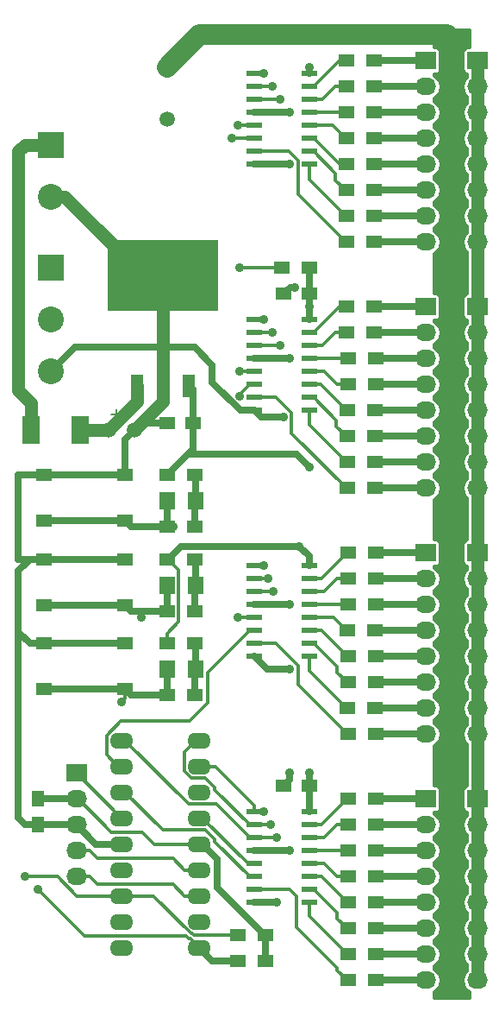
<source format=gtl>
G04 #@! TF.FileFunction,Copper,L1,Top,Signal*
%FSLAX46Y46*%
G04 Gerber Fmt 4.6, Leading zero omitted, Abs format (unit mm)*
G04 Created by KiCad (PCBNEW (2015-10-14 BZR 6269)-product) date Thursday, October 22, 2015 'PMt' 03:29:46 PM*
%MOMM*%
G01*
G04 APERTURE LIST*
%ADD10C,0.100000*%
%ADD11C,0.150000*%
%ADD12C,1.501140*%
%ADD13R,1.500000X1.250000*%
%ADD14R,1.250000X1.500000*%
%ADD15R,1.597660X1.800860*%
%ADD16R,1.800860X2.700020*%
%ADD17R,2.032000X1.727200*%
%ADD18O,2.032000X1.727200*%
%ADD19R,2.540000X2.540000*%
%ADD20C,2.540000*%
%ADD21R,1.500000X1.300000*%
%ADD22R,1.550000X1.300000*%
%ADD23R,1.500000X0.600000*%
%ADD24R,1.143000X2.286000*%
%ADD25R,10.800080X6.997700*%
%ADD26O,2.300000X1.600000*%
%ADD27C,0.889000*%
%ADD28C,0.635000*%
%ADD29C,1.270000*%
%ADD30C,2.032000*%
%ADD31C,0.304800*%
%ADD32C,0.254000*%
G04 APERTURE END LIST*
D10*
D11*
X146888200Y-96901000D02*
X147955000Y-96901000D01*
X147447000Y-96393000D02*
X147447000Y-97434400D01*
D12*
X152400000Y-67945000D03*
X152400000Y-62865000D03*
X149225000Y-98425000D03*
X146685000Y-98425000D03*
D13*
X154940000Y-97790000D03*
X152440000Y-97790000D03*
D14*
X139700000Y-134620000D03*
X139700000Y-137120000D03*
D15*
X155239720Y-105410000D03*
X152400000Y-105410000D03*
X155239720Y-113665000D03*
X152400000Y-113665000D03*
X155239720Y-121920000D03*
X152400000Y-121920000D03*
D16*
X139065000Y-98425000D03*
X143865600Y-98425000D03*
D17*
X177800000Y-62230000D03*
D18*
X177800000Y-64770000D03*
X177800000Y-67310000D03*
X177800000Y-69850000D03*
X177800000Y-72390000D03*
X177800000Y-74930000D03*
X177800000Y-77470000D03*
X177800000Y-80010000D03*
D17*
X180340000Y-62230000D03*
D18*
X180340000Y-64770000D03*
X180340000Y-67310000D03*
X180340000Y-69850000D03*
X180340000Y-72390000D03*
X180340000Y-74930000D03*
X180340000Y-77470000D03*
X180340000Y-80010000D03*
D17*
X182880000Y-62230000D03*
D18*
X182880000Y-64770000D03*
X182880000Y-67310000D03*
X182880000Y-69850000D03*
X182880000Y-72390000D03*
X182880000Y-74930000D03*
X182880000Y-77470000D03*
X182880000Y-80010000D03*
D17*
X177800000Y-86360000D03*
D18*
X177800000Y-88900000D03*
X177800000Y-91440000D03*
X177800000Y-93980000D03*
X177800000Y-96520000D03*
X177800000Y-99060000D03*
X177800000Y-101600000D03*
X177800000Y-104140000D03*
D17*
X180340000Y-86360000D03*
D18*
X180340000Y-88900000D03*
X180340000Y-91440000D03*
X180340000Y-93980000D03*
X180340000Y-96520000D03*
X180340000Y-99060000D03*
X180340000Y-101600000D03*
X180340000Y-104140000D03*
D17*
X182880000Y-86360000D03*
D18*
X182880000Y-88900000D03*
X182880000Y-91440000D03*
X182880000Y-93980000D03*
X182880000Y-96520000D03*
X182880000Y-99060000D03*
X182880000Y-101600000D03*
X182880000Y-104140000D03*
D17*
X177800000Y-110490000D03*
D18*
X177800000Y-113030000D03*
X177800000Y-115570000D03*
X177800000Y-118110000D03*
X177800000Y-120650000D03*
X177800000Y-123190000D03*
X177800000Y-125730000D03*
X177800000Y-128270000D03*
D17*
X180340000Y-110490000D03*
D18*
X180340000Y-113030000D03*
X180340000Y-115570000D03*
X180340000Y-118110000D03*
X180340000Y-120650000D03*
X180340000Y-123190000D03*
X180340000Y-125730000D03*
X180340000Y-128270000D03*
D17*
X182880000Y-110490000D03*
D18*
X182880000Y-113030000D03*
X182880000Y-115570000D03*
X182880000Y-118110000D03*
X182880000Y-120650000D03*
X182880000Y-123190000D03*
X182880000Y-125730000D03*
X182880000Y-128270000D03*
D17*
X177800000Y-134620000D03*
D18*
X177800000Y-137160000D03*
X177800000Y-139700000D03*
X177800000Y-142240000D03*
X177800000Y-144780000D03*
X177800000Y-147320000D03*
X177800000Y-149860000D03*
X177800000Y-152400000D03*
D17*
X180340000Y-134620000D03*
D18*
X180340000Y-137160000D03*
X180340000Y-139700000D03*
X180340000Y-142240000D03*
X180340000Y-144780000D03*
X180340000Y-147320000D03*
X180340000Y-149860000D03*
X180340000Y-152400000D03*
D17*
X182880000Y-134620000D03*
D18*
X182880000Y-137160000D03*
X182880000Y-139700000D03*
X182880000Y-142240000D03*
X182880000Y-144780000D03*
X182880000Y-147320000D03*
X182880000Y-149860000D03*
X182880000Y-152400000D03*
D19*
X140970000Y-70485000D03*
D20*
X140970000Y-75565000D03*
D19*
X140970000Y-82550000D03*
D20*
X140970000Y-87630000D03*
X140970000Y-92710000D03*
D17*
X143510000Y-132080000D03*
D18*
X143510000Y-134620000D03*
X143510000Y-137160000D03*
X143510000Y-139700000D03*
X143510000Y-142240000D03*
D21*
X170020000Y-62230000D03*
X172720000Y-62230000D03*
X170020000Y-64770000D03*
X172720000Y-64770000D03*
X170020000Y-67310000D03*
X172720000Y-67310000D03*
X170020000Y-69850000D03*
X172720000Y-69850000D03*
X170020000Y-72390000D03*
X172720000Y-72390000D03*
X170020000Y-74930000D03*
X172720000Y-74930000D03*
X170020000Y-77470000D03*
X172720000Y-77470000D03*
X170020000Y-80010000D03*
X172720000Y-80010000D03*
X170020000Y-86360000D03*
X172720000Y-86360000D03*
X170020000Y-88900000D03*
X172720000Y-88900000D03*
X170180000Y-91440000D03*
X172880000Y-91440000D03*
X170180000Y-93980000D03*
X172880000Y-93980000D03*
X170100000Y-96520000D03*
X172800000Y-96520000D03*
X170100000Y-99060000D03*
X172800000Y-99060000D03*
X170100000Y-101600000D03*
X172800000Y-101600000D03*
X170100000Y-104140000D03*
X172800000Y-104140000D03*
X152400000Y-102870000D03*
X155100000Y-102870000D03*
X155100000Y-107950000D03*
X152400000Y-107950000D03*
X152400000Y-111125000D03*
X155100000Y-111125000D03*
X155100000Y-116205000D03*
X152400000Y-116205000D03*
X152400000Y-119380000D03*
X155100000Y-119380000D03*
X155100000Y-124460000D03*
X152400000Y-124460000D03*
X162085000Y-147955000D03*
X159385000Y-147955000D03*
X162085000Y-150495000D03*
X159385000Y-150495000D03*
X170180000Y-110490000D03*
X172880000Y-110490000D03*
X170180000Y-113030000D03*
X172880000Y-113030000D03*
X170180000Y-115570000D03*
X172880000Y-115570000D03*
X170100000Y-118110000D03*
X172800000Y-118110000D03*
X170180000Y-120650000D03*
X172880000Y-120650000D03*
X170180000Y-123190000D03*
X172880000Y-123190000D03*
X170100000Y-125730000D03*
X172800000Y-125730000D03*
X170180000Y-128270000D03*
X172880000Y-128270000D03*
X170180000Y-134620000D03*
X172880000Y-134620000D03*
X170180000Y-137160000D03*
X172880000Y-137160000D03*
X170180000Y-139700000D03*
X172880000Y-139700000D03*
X170180000Y-142240000D03*
X172880000Y-142240000D03*
X170180000Y-144780000D03*
X172880000Y-144780000D03*
X170180000Y-147320000D03*
X172880000Y-147320000D03*
X170180000Y-149860000D03*
X172880000Y-149860000D03*
X170180000Y-152400000D03*
X172880000Y-152400000D03*
X163670000Y-82550000D03*
X166370000Y-82550000D03*
D22*
X140335000Y-107370000D03*
X140335000Y-102870000D03*
X148285000Y-102870000D03*
X148285000Y-107370000D03*
X140335000Y-115625000D03*
X140335000Y-111125000D03*
X148285000Y-111125000D03*
X148285000Y-115625000D03*
X140335000Y-123880000D03*
X140335000Y-119380000D03*
X148285000Y-119380000D03*
X148285000Y-123880000D03*
D23*
X160970000Y-63500000D03*
X160970000Y-64770000D03*
X160970000Y-66040000D03*
X160970000Y-67310000D03*
X160970000Y-68580000D03*
X160970000Y-69850000D03*
X160970000Y-71120000D03*
X160970000Y-72390000D03*
X166370000Y-72390000D03*
X166370000Y-71120000D03*
X166370000Y-69850000D03*
X166370000Y-68580000D03*
X166370000Y-67310000D03*
X166370000Y-66040000D03*
X166370000Y-64770000D03*
X166370000Y-63500000D03*
X160970000Y-87630000D03*
X160970000Y-88900000D03*
X160970000Y-90170000D03*
X160970000Y-91440000D03*
X160970000Y-92710000D03*
X160970000Y-93980000D03*
X160970000Y-95250000D03*
X160970000Y-96520000D03*
X166370000Y-96520000D03*
X166370000Y-95250000D03*
X166370000Y-93980000D03*
X166370000Y-92710000D03*
X166370000Y-91440000D03*
X166370000Y-90170000D03*
X166370000Y-88900000D03*
X166370000Y-87630000D03*
X160970000Y-111760000D03*
X160970000Y-113030000D03*
X160970000Y-114300000D03*
X160970000Y-115570000D03*
X160970000Y-116840000D03*
X160970000Y-118110000D03*
X160970000Y-119380000D03*
X160970000Y-120650000D03*
X166370000Y-120650000D03*
X166370000Y-119380000D03*
X166370000Y-118110000D03*
X166370000Y-116840000D03*
X166370000Y-115570000D03*
X166370000Y-114300000D03*
X166370000Y-113030000D03*
X166370000Y-111760000D03*
X160970000Y-135890000D03*
X160970000Y-137160000D03*
X160970000Y-138430000D03*
X160970000Y-139700000D03*
X160970000Y-140970000D03*
X160970000Y-142240000D03*
X160970000Y-143510000D03*
X160970000Y-144780000D03*
X166370000Y-144780000D03*
X166370000Y-143510000D03*
X166370000Y-142240000D03*
X166370000Y-140970000D03*
X166370000Y-139700000D03*
X166370000Y-138430000D03*
X166370000Y-137160000D03*
X166370000Y-135890000D03*
D24*
X152019000Y-94107000D03*
D25*
X152019000Y-83312000D03*
D24*
X154559000Y-94107000D03*
X149479000Y-94107000D03*
D26*
X147955000Y-128905000D03*
X147955000Y-131445000D03*
X147955000Y-133985000D03*
X147955000Y-136525000D03*
X147955000Y-139065000D03*
X147955000Y-141605000D03*
X147955000Y-144145000D03*
X147955000Y-146685000D03*
X147955000Y-149225000D03*
X155575000Y-149225000D03*
X155575000Y-146685000D03*
X155575000Y-144145000D03*
X155575000Y-141605000D03*
X155575000Y-139065000D03*
X155575000Y-136525000D03*
X155575000Y-133985000D03*
X155575000Y-131445000D03*
X155575000Y-128905000D03*
D13*
X166370000Y-133350000D03*
X163870000Y-133350000D03*
X166370000Y-85090000D03*
X163870000Y-85090000D03*
D27*
X163195000Y-144780000D03*
X164465000Y-139700000D03*
X164465000Y-132080000D03*
X164465000Y-121920000D03*
X164465000Y-115570000D03*
X163830000Y-97155000D03*
X164465000Y-91440000D03*
X164975617Y-84452609D03*
X164465000Y-67310000D03*
X164465000Y-72390000D03*
X166370000Y-102099299D03*
X166370000Y-132080000D03*
X166370000Y-62865000D03*
X166370000Y-86360000D03*
X165385000Y-109840000D03*
X153035000Y-107950000D03*
X149860000Y-116840000D03*
X147955000Y-125095000D03*
X138430000Y-142240000D03*
X139700000Y-143510000D03*
X159546920Y-82550000D03*
X159546920Y-92710000D03*
X159385000Y-68580000D03*
X159385000Y-116840000D03*
X161858358Y-111760000D03*
X161925000Y-63500000D03*
X161925000Y-87630000D03*
X161925000Y-135890000D03*
X162363169Y-113030000D03*
X162560000Y-137160000D03*
X162721910Y-88900000D03*
X162721910Y-64770000D03*
X162867980Y-114300000D03*
X163518820Y-66040000D03*
X163518820Y-90170000D03*
X163195000Y-138430000D03*
X158750000Y-69850000D03*
X159565031Y-95139530D03*
D28*
X139700000Y-137120000D02*
X138440000Y-137120000D01*
X138440000Y-137120000D02*
X137795000Y-136475000D01*
X137795000Y-136475000D02*
X137795000Y-118250000D01*
D29*
X182880000Y-128270000D02*
X182880000Y-134620000D01*
X182880000Y-104140000D02*
X182880000Y-110490000D01*
X182880000Y-80010000D02*
X182880000Y-86360000D01*
D28*
X156845000Y-92075000D02*
X155098714Y-90328714D01*
X155098714Y-90328714D02*
X152019000Y-90328714D01*
X156845000Y-93780000D02*
X156845000Y-92075000D01*
X159585000Y-96520000D02*
X156845000Y-93780000D01*
X160970000Y-96520000D02*
X159585000Y-96520000D01*
D29*
X152019000Y-94107000D02*
X152019000Y-90328714D01*
X152019000Y-90328714D02*
X152019000Y-83312000D01*
D28*
X140970000Y-92710000D02*
X143351286Y-90328714D01*
X143351286Y-90328714D02*
X152019000Y-90328714D01*
D29*
X152019000Y-83312000D02*
X150117810Y-83312000D01*
X150117810Y-83312000D02*
X142370810Y-75565000D01*
X142370810Y-75565000D02*
X140970000Y-75565000D01*
X152019000Y-94107000D02*
X152019000Y-95631000D01*
X152019000Y-95631000D02*
X149225000Y-98425000D01*
D28*
X152440000Y-97790000D02*
X149860000Y-97790000D01*
X149860000Y-97790000D02*
X149225000Y-98425000D01*
X148285000Y-102870000D02*
X148285000Y-99365000D01*
X148285000Y-99365000D02*
X149225000Y-98425000D01*
X137795000Y-102870000D02*
X140335000Y-102870000D01*
X137795000Y-111125000D02*
X137795000Y-102870000D01*
X138925000Y-111125000D02*
X137795000Y-111125000D01*
X140335000Y-119380000D02*
X138925000Y-119380000D01*
X137795000Y-118250000D02*
X137795000Y-112255000D01*
X138925000Y-119380000D02*
X137795000Y-118250000D01*
X137795000Y-112255000D02*
X138925000Y-111125000D01*
X138925000Y-111125000D02*
X140335000Y-111125000D01*
X147955000Y-139065000D02*
X145415000Y-139065000D01*
X145415000Y-139065000D02*
X143510000Y-137160000D01*
X163195000Y-144780000D02*
X160970000Y-144780000D01*
X164465000Y-139700000D02*
X160970000Y-139700000D01*
X164465000Y-132080000D02*
X164465000Y-132755000D01*
X164465000Y-132755000D02*
X163870000Y-133350000D01*
X164465000Y-121920000D02*
X162240000Y-121920000D01*
X162240000Y-121920000D02*
X160970000Y-120650000D01*
X164465000Y-115570000D02*
X160970000Y-115570000D01*
X163830000Y-97155000D02*
X161605000Y-97155000D01*
X161605000Y-97155000D02*
X160970000Y-96520000D01*
X164465000Y-91440000D02*
X160970000Y-91440000D01*
X164975617Y-84452609D02*
X164507391Y-84452609D01*
X164507391Y-84452609D02*
X163870000Y-85090000D01*
X164465000Y-67310000D02*
X160970000Y-67310000D01*
X160970000Y-72390000D02*
X164465000Y-72390000D01*
X143510000Y-137160000D02*
X139740000Y-137160000D01*
X139740000Y-137160000D02*
X139700000Y-137120000D01*
X148285000Y-119380000D02*
X140335000Y-119380000D01*
X148285000Y-111125000D02*
X140335000Y-111125000D01*
X140335000Y-102870000D02*
X148285000Y-102870000D01*
D29*
X182880000Y-149860000D02*
X182880000Y-152400000D01*
X182880000Y-147320000D02*
X182880000Y-149860000D01*
X182880000Y-144780000D02*
X182880000Y-147320000D01*
X182880000Y-142240000D02*
X182880000Y-144780000D01*
X182880000Y-139700000D02*
X182880000Y-142240000D01*
X182880000Y-137160000D02*
X182880000Y-139700000D01*
X182880000Y-134620000D02*
X182880000Y-137160000D01*
X182880000Y-125730000D02*
X182880000Y-128270000D01*
X182880000Y-123190000D02*
X182880000Y-125730000D01*
X182880000Y-120650000D02*
X182880000Y-123190000D01*
X182880000Y-118110000D02*
X182880000Y-120650000D01*
X182880000Y-115570000D02*
X182880000Y-118110000D01*
X182880000Y-113030000D02*
X182880000Y-115570000D01*
X182880000Y-110490000D02*
X182880000Y-113030000D01*
X182880000Y-101600000D02*
X182880000Y-104140000D01*
X182880000Y-99060000D02*
X182880000Y-101600000D01*
X182880000Y-96520000D02*
X182880000Y-99060000D01*
X182880000Y-93980000D02*
X182880000Y-96520000D01*
X182880000Y-91440000D02*
X182880000Y-93980000D01*
X182880000Y-88900000D02*
X182880000Y-91440000D01*
X182880000Y-86360000D02*
X182880000Y-88900000D01*
X182880000Y-77470000D02*
X182880000Y-80010000D01*
X182880000Y-74930000D02*
X182880000Y-77470000D01*
X182880000Y-72390000D02*
X182880000Y-74930000D01*
X182880000Y-69850000D02*
X182880000Y-72390000D01*
X182880000Y-67310000D02*
X182880000Y-69850000D01*
X182880000Y-64770000D02*
X182880000Y-67310000D01*
X182880000Y-62230000D02*
X182880000Y-64770000D01*
X180340000Y-128270000D02*
X180340000Y-134620000D01*
X180340000Y-104140000D02*
X180340000Y-110490000D01*
X180340000Y-80010000D02*
X180340000Y-86360000D01*
D30*
X180340000Y-62230000D02*
X180340000Y-60096400D01*
X155575000Y-59690000D02*
X152400000Y-62865000D01*
X179933600Y-59690000D02*
X155575000Y-59690000D01*
X180340000Y-60096400D02*
X179933600Y-59690000D01*
D29*
X139065000Y-98425000D02*
X139065000Y-95804990D01*
X139065000Y-95804990D02*
X137795000Y-94534990D01*
X137795000Y-94534990D02*
X137795000Y-71120000D01*
X137795000Y-71120000D02*
X138430000Y-70485000D01*
X138430000Y-70485000D02*
X140970000Y-70485000D01*
X180340000Y-137160000D02*
X180340000Y-134620000D01*
X180340000Y-139700000D02*
X180340000Y-137160000D01*
X180340000Y-142240000D02*
X180340000Y-139700000D01*
X180340000Y-144780000D02*
X180340000Y-142240000D01*
X180340000Y-147320000D02*
X180340000Y-144780000D01*
X180340000Y-149860000D02*
X180340000Y-147320000D01*
X180340000Y-152400000D02*
X180340000Y-149860000D01*
X180340000Y-113030000D02*
X180340000Y-110490000D01*
X180340000Y-115570000D02*
X180340000Y-113030000D01*
X180340000Y-118110000D02*
X180340000Y-115570000D01*
X180340000Y-120650000D02*
X180340000Y-118110000D01*
X180340000Y-123190000D02*
X180340000Y-120650000D01*
X180340000Y-125730000D02*
X180340000Y-123190000D01*
X180340000Y-128270000D02*
X180340000Y-125730000D01*
X180340000Y-88900000D02*
X180340000Y-86360000D01*
X180340000Y-91440000D02*
X180340000Y-88900000D01*
X180340000Y-93980000D02*
X180340000Y-91440000D01*
X180340000Y-96520000D02*
X180340000Y-93980000D01*
X180340000Y-99060000D02*
X180340000Y-96520000D01*
X180340000Y-101600000D02*
X180340000Y-99060000D01*
X180340000Y-104140000D02*
X180340000Y-101600000D01*
X180340000Y-64770000D02*
X180340000Y-62230000D01*
X180340000Y-67310000D02*
X180340000Y-64770000D01*
X180340000Y-69850000D02*
X180340000Y-67310000D01*
X180340000Y-72390000D02*
X180340000Y-69850000D01*
X180340000Y-74930000D02*
X180340000Y-72390000D01*
X180340000Y-77470000D02*
X180340000Y-74930000D01*
X180340000Y-80010000D02*
X180340000Y-77470000D01*
X146685000Y-98425000D02*
X143865600Y-98425000D01*
X149479000Y-94107000D02*
X149479000Y-95631000D01*
X149479000Y-95631000D02*
X146685000Y-98425000D01*
D31*
X152400000Y-119380000D02*
X152400000Y-118425200D01*
X153551231Y-117273969D02*
X153551231Y-112176231D01*
X153551231Y-112176231D02*
X152500000Y-111125000D01*
X152400000Y-118425200D02*
X153551231Y-117273969D01*
X152500000Y-111125000D02*
X152400000Y-111125000D01*
D28*
X154458071Y-100811929D02*
X165082630Y-100811929D01*
X165082630Y-100811929D02*
X166370000Y-102099299D01*
X154458071Y-100811929D02*
X152400000Y-102870000D01*
X154940000Y-100330000D02*
X154458071Y-100811929D01*
D31*
X149977590Y-137912590D02*
X151130000Y-139065000D01*
X151130000Y-139065000D02*
X155575000Y-139065000D01*
X143510000Y-134620000D02*
X143662400Y-134620000D01*
X143662400Y-134620000D02*
X146954990Y-137912590D01*
X146954990Y-137912590D02*
X149977590Y-137912590D01*
D28*
X154940000Y-97790000D02*
X154940000Y-100330000D01*
X154940000Y-97790000D02*
X154940000Y-94488000D01*
X154940000Y-94488000D02*
X154559000Y-94107000D01*
X166370000Y-133350000D02*
X166370000Y-132080000D01*
X162085000Y-147955000D02*
X161985000Y-147955000D01*
X157360000Y-140500000D02*
X155925000Y-139065000D01*
X161985000Y-147955000D02*
X157360000Y-143330000D01*
X157360000Y-143330000D02*
X157360000Y-140500000D01*
X155925000Y-139065000D02*
X155575000Y-139065000D01*
X166370000Y-62865000D02*
X166370000Y-63500000D01*
X166370000Y-85090000D02*
X166370000Y-82550000D01*
X166370000Y-86360000D02*
X166370000Y-85090000D01*
X166370000Y-86360000D02*
X166370000Y-87630000D01*
X166370000Y-111760000D02*
X166370000Y-110825000D01*
X166370000Y-110825000D02*
X165385000Y-109840000D01*
X165385000Y-109840000D02*
X153785000Y-109840000D01*
X153785000Y-109840000D02*
X152500000Y-111125000D01*
X166370000Y-135890000D02*
X166370000Y-133350000D01*
X143510000Y-134620000D02*
X139700000Y-134620000D01*
X162085000Y-150495000D02*
X162085000Y-147955000D01*
X155239720Y-105410000D02*
X155239720Y-103009720D01*
X155239720Y-103009720D02*
X155100000Y-102870000D01*
X155100000Y-107950000D02*
X155100000Y-105549720D01*
X155100000Y-105549720D02*
X155239720Y-105410000D01*
D31*
X153035000Y-107950000D02*
X152400000Y-107950000D01*
D28*
X152400000Y-107950000D02*
X152400000Y-105410000D01*
X148285000Y-107370000D02*
X140335000Y-107370000D01*
X152400000Y-107950000D02*
X148865000Y-107950000D01*
X148865000Y-107950000D02*
X148285000Y-107370000D01*
X155239720Y-113665000D02*
X155239720Y-111264720D01*
X155239720Y-111264720D02*
X155100000Y-111125000D01*
X155100000Y-116205000D02*
X155100000Y-113804720D01*
X155100000Y-113804720D02*
X155239720Y-113665000D01*
X150078950Y-116205000D02*
X148865000Y-116205000D01*
X152400000Y-116205000D02*
X150078950Y-116205000D01*
D31*
X150078950Y-116205000D02*
X150078950Y-116621050D01*
X150078950Y-116621050D02*
X149860000Y-116840000D01*
D28*
X152400000Y-116205000D02*
X152400000Y-113665000D01*
X148865000Y-116205000D02*
X148285000Y-115625000D01*
X148285000Y-115625000D02*
X140335000Y-115625000D01*
X155239720Y-121920000D02*
X155239720Y-119519720D01*
X155239720Y-119519720D02*
X155100000Y-119380000D01*
X155100000Y-124460000D02*
X155100000Y-122059720D01*
X155100000Y-122059720D02*
X155239720Y-121920000D01*
D31*
X148285000Y-123880000D02*
X148285000Y-124765000D01*
X148285000Y-124765000D02*
X147955000Y-125095000D01*
D28*
X152400000Y-124460000D02*
X152400000Y-121920000D01*
X152400000Y-124460000D02*
X148865000Y-124460000D01*
X148865000Y-124460000D02*
X148285000Y-123880000D01*
X148285000Y-123880000D02*
X140335000Y-123880000D01*
X177800000Y-62230000D02*
X172720000Y-62230000D01*
X177800000Y-64770000D02*
X172720000Y-64770000D01*
X177800000Y-67310000D02*
X172720000Y-67310000D01*
X177800000Y-69850000D02*
X172720000Y-69850000D01*
X177800000Y-72390000D02*
X172720000Y-72390000D01*
X177800000Y-74930000D02*
X172720000Y-74930000D01*
X177800000Y-77470000D02*
X172720000Y-77470000D01*
X177800000Y-80010000D02*
X172720000Y-80010000D01*
X177800000Y-86360000D02*
X172720000Y-86360000D01*
X177800000Y-88900000D02*
X172720000Y-88900000D01*
X177800000Y-91440000D02*
X172880000Y-91440000D01*
X177800000Y-93980000D02*
X172880000Y-93980000D01*
X177800000Y-96520000D02*
X172800000Y-96520000D01*
X177800000Y-99060000D02*
X172800000Y-99060000D01*
X177800000Y-101600000D02*
X172800000Y-101600000D01*
X177800000Y-104140000D02*
X172800000Y-104140000D01*
X177800000Y-110490000D02*
X172880000Y-110490000D01*
X177800000Y-113030000D02*
X172880000Y-113030000D01*
X177800000Y-115570000D02*
X172880000Y-115570000D01*
X177800000Y-118110000D02*
X172800000Y-118110000D01*
X177800000Y-120650000D02*
X172880000Y-120650000D01*
X177800000Y-123190000D02*
X172880000Y-123190000D01*
X177800000Y-125730000D02*
X172800000Y-125730000D01*
X177800000Y-128270000D02*
X172880000Y-128270000D01*
X177800000Y-134620000D02*
X172880000Y-134620000D01*
X177800000Y-137160000D02*
X172880000Y-137160000D01*
X177800000Y-139700000D02*
X172880000Y-139700000D01*
X177800000Y-142240000D02*
X172880000Y-142240000D01*
X177800000Y-144780000D02*
X172880000Y-144780000D01*
X177800000Y-147320000D02*
X172880000Y-147320000D01*
X177800000Y-149860000D02*
X172880000Y-149860000D01*
X177800000Y-152400000D02*
X172880000Y-152400000D01*
D31*
X138430000Y-142240000D02*
X141637903Y-142240000D01*
X141637903Y-142240000D02*
X143542903Y-144145000D01*
X143542903Y-144145000D02*
X146500200Y-144145000D01*
X146500200Y-144145000D02*
X147955000Y-144145000D01*
X154747657Y-147837410D02*
X151055247Y-144145000D01*
X154901320Y-147837410D02*
X154747657Y-147837410D01*
X155018910Y-147955000D02*
X154901320Y-147837410D01*
X151055247Y-144145000D02*
X149409800Y-144145000D01*
X149409800Y-144145000D02*
X147955000Y-144145000D01*
X159385000Y-147955000D02*
X155018910Y-147955000D01*
X139700000Y-143510000D02*
X144262590Y-148072590D01*
X144262590Y-148072590D02*
X154268927Y-148072590D01*
X154268927Y-148072590D02*
X154538558Y-148342221D01*
X154538558Y-148342221D02*
X154692221Y-148342221D01*
X154692221Y-148342221D02*
X155575000Y-149225000D01*
D28*
X159385000Y-150495000D02*
X156845000Y-150495000D01*
X156845000Y-150495000D02*
X155575000Y-149225000D01*
D31*
X147955000Y-136525000D02*
X143510000Y-132080000D01*
X143510000Y-139700000D02*
X144830800Y-139700000D01*
X144830800Y-139700000D02*
X145583390Y-140452590D01*
X145583390Y-140452590D02*
X152967790Y-140452590D01*
X152967790Y-140452590D02*
X154120200Y-141605000D01*
X154120200Y-141605000D02*
X155575000Y-141605000D01*
X143510000Y-142240000D02*
X144830800Y-142240000D01*
X145583390Y-142992590D02*
X152967790Y-142992590D01*
X144830800Y-142240000D02*
X145583390Y-142992590D01*
X152967790Y-142992590D02*
X154120200Y-144145000D01*
X154120200Y-144145000D02*
X155575000Y-144145000D01*
X166820000Y-64770000D02*
X166370000Y-64770000D01*
X170020000Y-62230000D02*
X169360000Y-62230000D01*
X169360000Y-62230000D02*
X166820000Y-64770000D01*
X170020000Y-64770000D02*
X168965200Y-64770000D01*
X168965200Y-64770000D02*
X167695200Y-66040000D01*
X167695200Y-66040000D02*
X167424800Y-66040000D01*
X167424800Y-66040000D02*
X166370000Y-66040000D01*
X170020000Y-67310000D02*
X166370000Y-67310000D01*
X170020000Y-69850000D02*
X169920000Y-69850000D01*
X168650000Y-68580000D02*
X167424800Y-68580000D01*
X169920000Y-69850000D02*
X168650000Y-68580000D01*
X167424800Y-68580000D02*
X166370000Y-68580000D01*
X170020000Y-72390000D02*
X169360000Y-72390000D01*
X169360000Y-72390000D02*
X166820000Y-69850000D01*
X166820000Y-69850000D02*
X166370000Y-69850000D01*
X170020000Y-74930000D02*
X169920000Y-74930000D01*
X168965200Y-73975200D02*
X168965200Y-73265200D01*
X169920000Y-74930000D02*
X168965200Y-73975200D01*
X166820000Y-71120000D02*
X166370000Y-71120000D01*
X168965200Y-73265200D02*
X166820000Y-71120000D01*
X170020000Y-77470000D02*
X169920000Y-77470000D01*
X169920000Y-77470000D02*
X166370000Y-73920000D01*
X166370000Y-73920000D02*
X166370000Y-72994800D01*
X166370000Y-72994800D02*
X166370000Y-72390000D01*
X169920000Y-80010000D02*
X170020000Y-80010000D01*
X165261902Y-72007486D02*
X165261902Y-75351902D01*
X164374416Y-71120000D02*
X165261902Y-72007486D01*
X165261902Y-75351902D02*
X169920000Y-80010000D01*
X160970000Y-71120000D02*
X164374416Y-71120000D01*
X170020000Y-86360000D02*
X169360000Y-86360000D01*
X166820000Y-88900000D02*
X166370000Y-88900000D01*
X169360000Y-86360000D02*
X166820000Y-88900000D01*
X170020000Y-88900000D02*
X168965200Y-88900000D01*
X168965200Y-88900000D02*
X167695200Y-90170000D01*
X167695200Y-90170000D02*
X167424800Y-90170000D01*
X167424800Y-90170000D02*
X166370000Y-90170000D01*
X170180000Y-91440000D02*
X166370000Y-91440000D01*
X170180000Y-93980000D02*
X169125200Y-93980000D01*
X169125200Y-93980000D02*
X167855200Y-92710000D01*
X167855200Y-92710000D02*
X167424800Y-92710000D01*
X167424800Y-92710000D02*
X166370000Y-92710000D01*
X170100000Y-96520000D02*
X170000000Y-96520000D01*
X167460000Y-93980000D02*
X167424800Y-93980000D01*
X170000000Y-96520000D02*
X167460000Y-93980000D01*
X167424800Y-93980000D02*
X166370000Y-93980000D01*
X170100000Y-99060000D02*
X170000000Y-99060000D01*
X170000000Y-99060000D02*
X169045200Y-98105200D01*
X169045200Y-98105200D02*
X169045200Y-97475200D01*
X169045200Y-97475200D02*
X166820000Y-95250000D01*
X166820000Y-95250000D02*
X166370000Y-95250000D01*
X170100000Y-101600000D02*
X170000000Y-101600000D01*
X170000000Y-101600000D02*
X166370000Y-97970000D01*
X166370000Y-97970000D02*
X166370000Y-97124800D01*
X166370000Y-97124800D02*
X166370000Y-96520000D01*
X170000000Y-104140000D02*
X170100000Y-104140000D01*
X164626901Y-96772487D02*
X164626901Y-98766901D01*
X163104414Y-95250000D02*
X164626901Y-96772487D01*
X160970000Y-95250000D02*
X163104414Y-95250000D01*
X164626901Y-98766901D02*
X170000000Y-104140000D01*
X170180000Y-110490000D02*
X170080000Y-110490000D01*
X170080000Y-110490000D02*
X167540000Y-113030000D01*
X167424800Y-113030000D02*
X166370000Y-113030000D01*
X167540000Y-113030000D02*
X167424800Y-113030000D01*
X167424800Y-114300000D02*
X166370000Y-114300000D01*
X170180000Y-113030000D02*
X169125200Y-113030000D01*
X169125200Y-113030000D02*
X167855200Y-114300000D01*
X167855200Y-114300000D02*
X167424800Y-114300000D01*
X170180000Y-115570000D02*
X166370000Y-115570000D01*
X170100000Y-118110000D02*
X170000000Y-118110000D01*
X170000000Y-118110000D02*
X168730000Y-116840000D01*
X168730000Y-116840000D02*
X167424800Y-116840000D01*
X167424800Y-116840000D02*
X166370000Y-116840000D01*
X170180000Y-120650000D02*
X170080000Y-120650000D01*
X170080000Y-120650000D02*
X167540000Y-118110000D01*
X167540000Y-118110000D02*
X167424800Y-118110000D01*
X167424800Y-118110000D02*
X166370000Y-118110000D01*
X170180000Y-123190000D02*
X170080000Y-123190000D01*
X169125200Y-121685200D02*
X166820000Y-119380000D01*
X170080000Y-123190000D02*
X169125200Y-122235200D01*
X169125200Y-122235200D02*
X169125200Y-121685200D01*
X166820000Y-119380000D02*
X166370000Y-119380000D01*
X170100000Y-125730000D02*
X170000000Y-125730000D01*
X170000000Y-125730000D02*
X166370000Y-122100000D01*
X166370000Y-122100000D02*
X166370000Y-121254800D01*
X166370000Y-121254800D02*
X166370000Y-120650000D01*
X170080000Y-128270000D02*
X170180000Y-128270000D01*
X165261901Y-123451901D02*
X170080000Y-128270000D01*
X165261901Y-121537487D02*
X165261901Y-123451901D01*
X163104414Y-119380000D02*
X165261901Y-121537487D01*
X160970000Y-119380000D02*
X163104414Y-119380000D01*
X170180000Y-134620000D02*
X170080000Y-134620000D01*
X170080000Y-134620000D02*
X167540000Y-137160000D01*
X167540000Y-137160000D02*
X167424800Y-137160000D01*
X167424800Y-137160000D02*
X166370000Y-137160000D01*
X170180000Y-137160000D02*
X169125200Y-137160000D01*
X169125200Y-137160000D02*
X167855200Y-138430000D01*
X167855200Y-138430000D02*
X167424800Y-138430000D01*
X167424800Y-138430000D02*
X166370000Y-138430000D01*
X170180000Y-139700000D02*
X166370000Y-139700000D01*
X170180000Y-142240000D02*
X169125200Y-142240000D01*
X169125200Y-142240000D02*
X167855200Y-140970000D01*
X167855200Y-140970000D02*
X167424800Y-140970000D01*
X167424800Y-140970000D02*
X166370000Y-140970000D01*
X170180000Y-144780000D02*
X170080000Y-144780000D01*
X170080000Y-144780000D02*
X167540000Y-142240000D01*
X167540000Y-142240000D02*
X167424800Y-142240000D01*
X167424800Y-142240000D02*
X166370000Y-142240000D01*
X170180000Y-147320000D02*
X170080000Y-147320000D01*
X170080000Y-147320000D02*
X169125200Y-146365200D01*
X169125200Y-146365200D02*
X169125200Y-145815200D01*
X169125200Y-145815200D02*
X166820000Y-143510000D01*
X166820000Y-143510000D02*
X166370000Y-143510000D01*
X170180000Y-149860000D02*
X170080000Y-149860000D01*
X170080000Y-149860000D02*
X166370000Y-146150000D01*
X166370000Y-146150000D02*
X166370000Y-145384800D01*
X166370000Y-145384800D02*
X166370000Y-144780000D01*
X160970000Y-143510000D02*
X164465000Y-143510000D01*
X164465000Y-143510000D02*
X165100000Y-144145000D01*
X165100000Y-144145000D02*
X165100000Y-147190000D01*
X169125200Y-151445200D02*
X170080000Y-152400000D01*
X165100000Y-147190000D02*
X169125200Y-151215200D01*
X169125200Y-151215200D02*
X169125200Y-151445200D01*
X170080000Y-152400000D02*
X170180000Y-152400000D01*
X163670000Y-82550000D02*
X159546920Y-82550000D01*
X160970000Y-92710000D02*
X159546920Y-92710000D01*
X159385000Y-68580000D02*
X160970000Y-68580000D01*
X159385000Y-116840000D02*
X160970000Y-116840000D01*
X160970000Y-140970000D02*
X160370000Y-140970000D01*
X160370000Y-140970000D02*
X155925000Y-136525000D01*
X155925000Y-136525000D02*
X155575000Y-136525000D01*
X160970000Y-135890000D02*
X160970000Y-135285200D01*
X160970000Y-135285200D02*
X157129800Y-131445000D01*
X157129800Y-131445000D02*
X157029800Y-131445000D01*
X157029800Y-131445000D02*
X155575000Y-131445000D01*
X160970000Y-111760000D02*
X161858358Y-111760000D01*
X161925000Y-63500000D02*
X160970000Y-63500000D01*
X161925000Y-87630000D02*
X160970000Y-87630000D01*
X160970000Y-135890000D02*
X161925000Y-135890000D01*
X160970000Y-137160000D02*
X160520000Y-137160000D01*
X160520000Y-137160000D02*
X157077410Y-133717410D01*
X157077410Y-133717410D02*
X157077410Y-133507657D01*
X154747657Y-132597410D02*
X154072590Y-131922343D01*
X157077410Y-133507657D02*
X156167163Y-132597410D01*
X156167163Y-132597410D02*
X154747657Y-132597410D01*
X154072590Y-131922343D02*
X154072590Y-130057410D01*
X154072590Y-130057410D02*
X155225000Y-128905000D01*
X155225000Y-128905000D02*
X155575000Y-128905000D01*
X160970000Y-113030000D02*
X162363169Y-113030000D01*
X162560000Y-137160000D02*
X160970000Y-137160000D01*
X162721910Y-88900000D02*
X160970000Y-88900000D01*
X160970000Y-64770000D02*
X162721910Y-64770000D01*
X160970000Y-138430000D02*
X160520000Y-138430000D01*
X160520000Y-138430000D02*
X157227410Y-135137410D01*
X157227410Y-135137410D02*
X154537410Y-135137410D01*
X154537410Y-135137410D02*
X148305000Y-128905000D01*
X148305000Y-128905000D02*
X147955000Y-128905000D01*
X160970000Y-114300000D02*
X162867980Y-114300000D01*
X163518820Y-66040000D02*
X160970000Y-66040000D01*
X163518820Y-90170000D02*
X160970000Y-90170000D01*
X160970000Y-138430000D02*
X163195000Y-138430000D01*
X160970000Y-69850000D02*
X158750000Y-69850000D01*
X160520000Y-93980000D02*
X159565031Y-94934969D01*
X159565031Y-94934969D02*
X159565031Y-95139530D01*
X160970000Y-93980000D02*
X160520000Y-93980000D01*
X154594322Y-127000000D02*
X147880247Y-127000000D01*
X147880247Y-127000000D02*
X146452590Y-128427657D01*
X146452590Y-128427657D02*
X146452590Y-130292590D01*
X146452590Y-130292590D02*
X147605000Y-131445000D01*
X147605000Y-131445000D02*
X147955000Y-131445000D01*
X160970000Y-118110000D02*
X160520000Y-118110000D01*
X156390951Y-122239049D02*
X156390951Y-125203371D01*
X160520000Y-118110000D02*
X156390951Y-122239049D01*
X156390951Y-125203371D02*
X154594322Y-127000000D01*
X160970000Y-142240000D02*
X160520000Y-142240000D01*
X151997410Y-137677410D02*
X148305000Y-133985000D01*
X160520000Y-142240000D02*
X157077410Y-138797410D01*
X157077410Y-138797410D02*
X157077410Y-138587657D01*
X156167163Y-137677410D02*
X151997410Y-137677410D01*
X157077410Y-138587657D02*
X156167163Y-137677410D01*
X148305000Y-133985000D02*
X147955000Y-133985000D01*
D32*
G36*
X182118000Y-60977936D02*
X181864000Y-60977936D01*
X181722810Y-61004503D01*
X181593135Y-61087946D01*
X181506141Y-61215266D01*
X181475536Y-61366400D01*
X181475536Y-63093600D01*
X181502103Y-63234790D01*
X181585546Y-63364465D01*
X181712866Y-63451459D01*
X181864000Y-63482064D01*
X181864000Y-63860646D01*
X181820166Y-63889935D01*
X181550371Y-64293712D01*
X181455631Y-64770000D01*
X181550371Y-65246288D01*
X181820166Y-65650065D01*
X181864000Y-65679354D01*
X181864000Y-66400646D01*
X181820166Y-66429935D01*
X181550371Y-66833712D01*
X181455631Y-67310000D01*
X181550371Y-67786288D01*
X181820166Y-68190065D01*
X181864000Y-68219354D01*
X181864000Y-68940646D01*
X181820166Y-68969935D01*
X181550371Y-69373712D01*
X181455631Y-69850000D01*
X181550371Y-70326288D01*
X181820166Y-70730065D01*
X181864000Y-70759354D01*
X181864000Y-71480646D01*
X181820166Y-71509935D01*
X181550371Y-71913712D01*
X181455631Y-72390000D01*
X181550371Y-72866288D01*
X181820166Y-73270065D01*
X181864000Y-73299354D01*
X181864000Y-74020646D01*
X181820166Y-74049935D01*
X181550371Y-74453712D01*
X181455631Y-74930000D01*
X181550371Y-75406288D01*
X181820166Y-75810065D01*
X181864000Y-75839354D01*
X181864000Y-76560646D01*
X181820166Y-76589935D01*
X181550371Y-76993712D01*
X181455631Y-77470000D01*
X181550371Y-77946288D01*
X181820166Y-78350065D01*
X181864000Y-78379354D01*
X181864000Y-79100646D01*
X181820166Y-79129935D01*
X181550371Y-79533712D01*
X181455631Y-80010000D01*
X181550371Y-80486288D01*
X181820166Y-80890065D01*
X181864000Y-80919354D01*
X181864000Y-85107936D01*
X181722810Y-85134503D01*
X181593135Y-85217946D01*
X181506141Y-85345266D01*
X181475536Y-85496400D01*
X181475536Y-87223600D01*
X181502103Y-87364790D01*
X181585546Y-87494465D01*
X181712866Y-87581459D01*
X181864000Y-87612064D01*
X181864000Y-87990646D01*
X181820166Y-88019935D01*
X181550371Y-88423712D01*
X181455631Y-88900000D01*
X181550371Y-89376288D01*
X181820166Y-89780065D01*
X181864000Y-89809354D01*
X181864000Y-90530646D01*
X181820166Y-90559935D01*
X181550371Y-90963712D01*
X181455631Y-91440000D01*
X181550371Y-91916288D01*
X181820166Y-92320065D01*
X181864000Y-92349354D01*
X181864000Y-93070646D01*
X181820166Y-93099935D01*
X181550371Y-93503712D01*
X181455631Y-93980000D01*
X181550371Y-94456288D01*
X181820166Y-94860065D01*
X181864000Y-94889354D01*
X181864000Y-95610646D01*
X181820166Y-95639935D01*
X181550371Y-96043712D01*
X181455631Y-96520000D01*
X181550371Y-96996288D01*
X181820166Y-97400065D01*
X181864000Y-97429354D01*
X181864000Y-98150646D01*
X181820166Y-98179935D01*
X181550371Y-98583712D01*
X181455631Y-99060000D01*
X181550371Y-99536288D01*
X181820166Y-99940065D01*
X181864000Y-99969354D01*
X181864000Y-100690646D01*
X181820166Y-100719935D01*
X181550371Y-101123712D01*
X181455631Y-101600000D01*
X181550371Y-102076288D01*
X181820166Y-102480065D01*
X181864000Y-102509354D01*
X181864000Y-103230646D01*
X181820166Y-103259935D01*
X181550371Y-103663712D01*
X181455631Y-104140000D01*
X181550371Y-104616288D01*
X181820166Y-105020065D01*
X181864000Y-105049354D01*
X181864000Y-109237936D01*
X181722810Y-109264503D01*
X181593135Y-109347946D01*
X181506141Y-109475266D01*
X181475536Y-109626400D01*
X181475536Y-111353600D01*
X181502103Y-111494790D01*
X181585546Y-111624465D01*
X181712866Y-111711459D01*
X181864000Y-111742064D01*
X181864000Y-112120646D01*
X181820166Y-112149935D01*
X181550371Y-112553712D01*
X181455631Y-113030000D01*
X181550371Y-113506288D01*
X181820166Y-113910065D01*
X181864000Y-113939354D01*
X181864000Y-114660646D01*
X181820166Y-114689935D01*
X181550371Y-115093712D01*
X181455631Y-115570000D01*
X181550371Y-116046288D01*
X181820166Y-116450065D01*
X181864000Y-116479354D01*
X181864000Y-117200646D01*
X181820166Y-117229935D01*
X181550371Y-117633712D01*
X181455631Y-118110000D01*
X181550371Y-118586288D01*
X181820166Y-118990065D01*
X181864000Y-119019354D01*
X181864000Y-119740646D01*
X181820166Y-119769935D01*
X181550371Y-120173712D01*
X181455631Y-120650000D01*
X181550371Y-121126288D01*
X181820166Y-121530065D01*
X181864000Y-121559354D01*
X181864000Y-122280646D01*
X181820166Y-122309935D01*
X181550371Y-122713712D01*
X181455631Y-123190000D01*
X181550371Y-123666288D01*
X181820166Y-124070065D01*
X181864000Y-124099354D01*
X181864000Y-124820646D01*
X181820166Y-124849935D01*
X181550371Y-125253712D01*
X181455631Y-125730000D01*
X181550371Y-126206288D01*
X181820166Y-126610065D01*
X181864000Y-126639354D01*
X181864000Y-127360646D01*
X181820166Y-127389935D01*
X181550371Y-127793712D01*
X181455631Y-128270000D01*
X181550371Y-128746288D01*
X181820166Y-129150065D01*
X181864000Y-129179354D01*
X181864000Y-133367936D01*
X181722810Y-133394503D01*
X181593135Y-133477946D01*
X181506141Y-133605266D01*
X181475536Y-133756400D01*
X181475536Y-135483600D01*
X181502103Y-135624790D01*
X181585546Y-135754465D01*
X181712866Y-135841459D01*
X181864000Y-135872064D01*
X181864000Y-136250646D01*
X181820166Y-136279935D01*
X181550371Y-136683712D01*
X181455631Y-137160000D01*
X181550371Y-137636288D01*
X181820166Y-138040065D01*
X181864000Y-138069354D01*
X181864000Y-138790646D01*
X181820166Y-138819935D01*
X181550371Y-139223712D01*
X181455631Y-139700000D01*
X181550371Y-140176288D01*
X181820166Y-140580065D01*
X181864000Y-140609354D01*
X181864000Y-141330646D01*
X181820166Y-141359935D01*
X181550371Y-141763712D01*
X181455631Y-142240000D01*
X181550371Y-142716288D01*
X181820166Y-143120065D01*
X181864000Y-143149354D01*
X181864000Y-143870646D01*
X181820166Y-143899935D01*
X181550371Y-144303712D01*
X181455631Y-144780000D01*
X181550371Y-145256288D01*
X181820166Y-145660065D01*
X181864000Y-145689354D01*
X181864000Y-146410646D01*
X181820166Y-146439935D01*
X181550371Y-146843712D01*
X181455631Y-147320000D01*
X181550371Y-147796288D01*
X181820166Y-148200065D01*
X181864000Y-148229354D01*
X181864000Y-148950646D01*
X181820166Y-148979935D01*
X181550371Y-149383712D01*
X181455631Y-149860000D01*
X181550371Y-150336288D01*
X181820166Y-150740065D01*
X181864000Y-150769354D01*
X181864000Y-151490646D01*
X181820166Y-151519935D01*
X181550371Y-151923712D01*
X181455631Y-152400000D01*
X181550371Y-152876288D01*
X181820166Y-153280065D01*
X182118000Y-153479071D01*
X182118000Y-154178000D01*
X178562000Y-154178000D01*
X178562000Y-153479071D01*
X178859834Y-153280065D01*
X179129629Y-152876288D01*
X179224369Y-152400000D01*
X179129629Y-151923712D01*
X178859834Y-151519935D01*
X178562000Y-151320929D01*
X178562000Y-150939071D01*
X178859834Y-150740065D01*
X179129629Y-150336288D01*
X179224369Y-149860000D01*
X179129629Y-149383712D01*
X178859834Y-148979935D01*
X178562000Y-148780929D01*
X178562000Y-148399071D01*
X178859834Y-148200065D01*
X179129629Y-147796288D01*
X179224369Y-147320000D01*
X179129629Y-146843712D01*
X178859834Y-146439935D01*
X178562000Y-146240929D01*
X178562000Y-145859071D01*
X178859834Y-145660065D01*
X179129629Y-145256288D01*
X179224369Y-144780000D01*
X179129629Y-144303712D01*
X178859834Y-143899935D01*
X178562000Y-143700929D01*
X178562000Y-143319071D01*
X178859834Y-143120065D01*
X179129629Y-142716288D01*
X179224369Y-142240000D01*
X179129629Y-141763712D01*
X178859834Y-141359935D01*
X178562000Y-141160929D01*
X178562000Y-140779071D01*
X178859834Y-140580065D01*
X179129629Y-140176288D01*
X179224369Y-139700000D01*
X179129629Y-139223712D01*
X178859834Y-138819935D01*
X178562000Y-138620929D01*
X178562000Y-138239071D01*
X178859834Y-138040065D01*
X179129629Y-137636288D01*
X179224369Y-137160000D01*
X179129629Y-136683712D01*
X178859834Y-136279935D01*
X178562000Y-136080929D01*
X178562000Y-135872064D01*
X178816000Y-135872064D01*
X178957190Y-135845497D01*
X179086865Y-135762054D01*
X179173859Y-135634734D01*
X179204464Y-135483600D01*
X179204464Y-133756400D01*
X179177897Y-133615210D01*
X179094454Y-133485535D01*
X178967134Y-133398541D01*
X178816000Y-133367936D01*
X178562000Y-133367936D01*
X178562000Y-129349071D01*
X178859834Y-129150065D01*
X179129629Y-128746288D01*
X179224369Y-128270000D01*
X179129629Y-127793712D01*
X178859834Y-127389935D01*
X178562000Y-127190929D01*
X178562000Y-126809071D01*
X178859834Y-126610065D01*
X179129629Y-126206288D01*
X179224369Y-125730000D01*
X179129629Y-125253712D01*
X178859834Y-124849935D01*
X178562000Y-124650929D01*
X178562000Y-124269071D01*
X178859834Y-124070065D01*
X179129629Y-123666288D01*
X179224369Y-123190000D01*
X179129629Y-122713712D01*
X178859834Y-122309935D01*
X178562000Y-122110929D01*
X178562000Y-121729071D01*
X178859834Y-121530065D01*
X179129629Y-121126288D01*
X179224369Y-120650000D01*
X179129629Y-120173712D01*
X178859834Y-119769935D01*
X178562000Y-119570929D01*
X178562000Y-119189071D01*
X178859834Y-118990065D01*
X179129629Y-118586288D01*
X179224369Y-118110000D01*
X179129629Y-117633712D01*
X178859834Y-117229935D01*
X178562000Y-117030929D01*
X178562000Y-116649071D01*
X178859834Y-116450065D01*
X179129629Y-116046288D01*
X179224369Y-115570000D01*
X179129629Y-115093712D01*
X178859834Y-114689935D01*
X178562000Y-114490929D01*
X178562000Y-114109071D01*
X178859834Y-113910065D01*
X179129629Y-113506288D01*
X179224369Y-113030000D01*
X179129629Y-112553712D01*
X178859834Y-112149935D01*
X178562000Y-111950929D01*
X178562000Y-111742064D01*
X178816000Y-111742064D01*
X178957190Y-111715497D01*
X179086865Y-111632054D01*
X179173859Y-111504734D01*
X179204464Y-111353600D01*
X179204464Y-109626400D01*
X179177897Y-109485210D01*
X179094454Y-109355535D01*
X178967134Y-109268541D01*
X178816000Y-109237936D01*
X178562000Y-109237936D01*
X178562000Y-105219071D01*
X178859834Y-105020065D01*
X179129629Y-104616288D01*
X179224369Y-104140000D01*
X179129629Y-103663712D01*
X178859834Y-103259935D01*
X178562000Y-103060929D01*
X178562000Y-102679071D01*
X178859834Y-102480065D01*
X179129629Y-102076288D01*
X179224369Y-101600000D01*
X179129629Y-101123712D01*
X178859834Y-100719935D01*
X178562000Y-100520929D01*
X178562000Y-100139071D01*
X178859834Y-99940065D01*
X179129629Y-99536288D01*
X179224369Y-99060000D01*
X179129629Y-98583712D01*
X178859834Y-98179935D01*
X178562000Y-97980929D01*
X178562000Y-97599071D01*
X178859834Y-97400065D01*
X179129629Y-96996288D01*
X179224369Y-96520000D01*
X179129629Y-96043712D01*
X178859834Y-95639935D01*
X178562000Y-95440929D01*
X178562000Y-95059071D01*
X178859834Y-94860065D01*
X179129629Y-94456288D01*
X179224369Y-93980000D01*
X179129629Y-93503712D01*
X178859834Y-93099935D01*
X178562000Y-92900929D01*
X178562000Y-92519071D01*
X178859834Y-92320065D01*
X179129629Y-91916288D01*
X179224369Y-91440000D01*
X179129629Y-90963712D01*
X178859834Y-90559935D01*
X178562000Y-90360929D01*
X178562000Y-89979071D01*
X178859834Y-89780065D01*
X179129629Y-89376288D01*
X179224369Y-88900000D01*
X179129629Y-88423712D01*
X178859834Y-88019935D01*
X178562000Y-87820929D01*
X178562000Y-87612064D01*
X178816000Y-87612064D01*
X178957190Y-87585497D01*
X179086865Y-87502054D01*
X179173859Y-87374734D01*
X179204464Y-87223600D01*
X179204464Y-85496400D01*
X179177897Y-85355210D01*
X179094454Y-85225535D01*
X178967134Y-85138541D01*
X178816000Y-85107936D01*
X178562000Y-85107936D01*
X178562000Y-81089071D01*
X178859834Y-80890065D01*
X179129629Y-80486288D01*
X179224369Y-80010000D01*
X179129629Y-79533712D01*
X178859834Y-79129935D01*
X178562000Y-78930929D01*
X178562000Y-78549071D01*
X178859834Y-78350065D01*
X179129629Y-77946288D01*
X179224369Y-77470000D01*
X179129629Y-76993712D01*
X178859834Y-76589935D01*
X178562000Y-76390929D01*
X178562000Y-76009071D01*
X178859834Y-75810065D01*
X179129629Y-75406288D01*
X179224369Y-74930000D01*
X179129629Y-74453712D01*
X178859834Y-74049935D01*
X178562000Y-73850929D01*
X178562000Y-73469071D01*
X178859834Y-73270065D01*
X179129629Y-72866288D01*
X179224369Y-72390000D01*
X179129629Y-71913712D01*
X178859834Y-71509935D01*
X178562000Y-71310929D01*
X178562000Y-70929071D01*
X178859834Y-70730065D01*
X179129629Y-70326288D01*
X179224369Y-69850000D01*
X179129629Y-69373712D01*
X178859834Y-68969935D01*
X178562000Y-68770929D01*
X178562000Y-68389071D01*
X178859834Y-68190065D01*
X179129629Y-67786288D01*
X179224369Y-67310000D01*
X179129629Y-66833712D01*
X178859834Y-66429935D01*
X178562000Y-66230929D01*
X178562000Y-65849071D01*
X178859834Y-65650065D01*
X179129629Y-65246288D01*
X179224369Y-64770000D01*
X179129629Y-64293712D01*
X178859834Y-63889935D01*
X178562000Y-63690929D01*
X178562000Y-63482064D01*
X178816000Y-63482064D01*
X178957190Y-63455497D01*
X179086865Y-63372054D01*
X179173859Y-63244734D01*
X179204464Y-63093600D01*
X179204464Y-61366400D01*
X179177897Y-61225210D01*
X179094454Y-61095535D01*
X178967134Y-61008541D01*
X178816000Y-60977936D01*
X178562000Y-60977936D01*
X178562000Y-59182000D01*
X182118000Y-59182000D01*
X182118000Y-60977936D01*
X182118000Y-60977936D01*
G37*
X182118000Y-60977936D02*
X181864000Y-60977936D01*
X181722810Y-61004503D01*
X181593135Y-61087946D01*
X181506141Y-61215266D01*
X181475536Y-61366400D01*
X181475536Y-63093600D01*
X181502103Y-63234790D01*
X181585546Y-63364465D01*
X181712866Y-63451459D01*
X181864000Y-63482064D01*
X181864000Y-63860646D01*
X181820166Y-63889935D01*
X181550371Y-64293712D01*
X181455631Y-64770000D01*
X181550371Y-65246288D01*
X181820166Y-65650065D01*
X181864000Y-65679354D01*
X181864000Y-66400646D01*
X181820166Y-66429935D01*
X181550371Y-66833712D01*
X181455631Y-67310000D01*
X181550371Y-67786288D01*
X181820166Y-68190065D01*
X181864000Y-68219354D01*
X181864000Y-68940646D01*
X181820166Y-68969935D01*
X181550371Y-69373712D01*
X181455631Y-69850000D01*
X181550371Y-70326288D01*
X181820166Y-70730065D01*
X181864000Y-70759354D01*
X181864000Y-71480646D01*
X181820166Y-71509935D01*
X181550371Y-71913712D01*
X181455631Y-72390000D01*
X181550371Y-72866288D01*
X181820166Y-73270065D01*
X181864000Y-73299354D01*
X181864000Y-74020646D01*
X181820166Y-74049935D01*
X181550371Y-74453712D01*
X181455631Y-74930000D01*
X181550371Y-75406288D01*
X181820166Y-75810065D01*
X181864000Y-75839354D01*
X181864000Y-76560646D01*
X181820166Y-76589935D01*
X181550371Y-76993712D01*
X181455631Y-77470000D01*
X181550371Y-77946288D01*
X181820166Y-78350065D01*
X181864000Y-78379354D01*
X181864000Y-79100646D01*
X181820166Y-79129935D01*
X181550371Y-79533712D01*
X181455631Y-80010000D01*
X181550371Y-80486288D01*
X181820166Y-80890065D01*
X181864000Y-80919354D01*
X181864000Y-85107936D01*
X181722810Y-85134503D01*
X181593135Y-85217946D01*
X181506141Y-85345266D01*
X181475536Y-85496400D01*
X181475536Y-87223600D01*
X181502103Y-87364790D01*
X181585546Y-87494465D01*
X181712866Y-87581459D01*
X181864000Y-87612064D01*
X181864000Y-87990646D01*
X181820166Y-88019935D01*
X181550371Y-88423712D01*
X181455631Y-88900000D01*
X181550371Y-89376288D01*
X181820166Y-89780065D01*
X181864000Y-89809354D01*
X181864000Y-90530646D01*
X181820166Y-90559935D01*
X181550371Y-90963712D01*
X181455631Y-91440000D01*
X181550371Y-91916288D01*
X181820166Y-92320065D01*
X181864000Y-92349354D01*
X181864000Y-93070646D01*
X181820166Y-93099935D01*
X181550371Y-93503712D01*
X181455631Y-93980000D01*
X181550371Y-94456288D01*
X181820166Y-94860065D01*
X181864000Y-94889354D01*
X181864000Y-95610646D01*
X181820166Y-95639935D01*
X181550371Y-96043712D01*
X181455631Y-96520000D01*
X181550371Y-96996288D01*
X181820166Y-97400065D01*
X181864000Y-97429354D01*
X181864000Y-98150646D01*
X181820166Y-98179935D01*
X181550371Y-98583712D01*
X181455631Y-99060000D01*
X181550371Y-99536288D01*
X181820166Y-99940065D01*
X181864000Y-99969354D01*
X181864000Y-100690646D01*
X181820166Y-100719935D01*
X181550371Y-101123712D01*
X181455631Y-101600000D01*
X181550371Y-102076288D01*
X181820166Y-102480065D01*
X181864000Y-102509354D01*
X181864000Y-103230646D01*
X181820166Y-103259935D01*
X181550371Y-103663712D01*
X181455631Y-104140000D01*
X181550371Y-104616288D01*
X181820166Y-105020065D01*
X181864000Y-105049354D01*
X181864000Y-109237936D01*
X181722810Y-109264503D01*
X181593135Y-109347946D01*
X181506141Y-109475266D01*
X181475536Y-109626400D01*
X181475536Y-111353600D01*
X181502103Y-111494790D01*
X181585546Y-111624465D01*
X181712866Y-111711459D01*
X181864000Y-111742064D01*
X181864000Y-112120646D01*
X181820166Y-112149935D01*
X181550371Y-112553712D01*
X181455631Y-113030000D01*
X181550371Y-113506288D01*
X181820166Y-113910065D01*
X181864000Y-113939354D01*
X181864000Y-114660646D01*
X181820166Y-114689935D01*
X181550371Y-115093712D01*
X181455631Y-115570000D01*
X181550371Y-116046288D01*
X181820166Y-116450065D01*
X181864000Y-116479354D01*
X181864000Y-117200646D01*
X181820166Y-117229935D01*
X181550371Y-117633712D01*
X181455631Y-118110000D01*
X181550371Y-118586288D01*
X181820166Y-118990065D01*
X181864000Y-119019354D01*
X181864000Y-119740646D01*
X181820166Y-119769935D01*
X181550371Y-120173712D01*
X181455631Y-120650000D01*
X181550371Y-121126288D01*
X181820166Y-121530065D01*
X181864000Y-121559354D01*
X181864000Y-122280646D01*
X181820166Y-122309935D01*
X181550371Y-122713712D01*
X181455631Y-123190000D01*
X181550371Y-123666288D01*
X181820166Y-124070065D01*
X181864000Y-124099354D01*
X181864000Y-124820646D01*
X181820166Y-124849935D01*
X181550371Y-125253712D01*
X181455631Y-125730000D01*
X181550371Y-126206288D01*
X181820166Y-126610065D01*
X181864000Y-126639354D01*
X181864000Y-127360646D01*
X181820166Y-127389935D01*
X181550371Y-127793712D01*
X181455631Y-128270000D01*
X181550371Y-128746288D01*
X181820166Y-129150065D01*
X181864000Y-129179354D01*
X181864000Y-133367936D01*
X181722810Y-133394503D01*
X181593135Y-133477946D01*
X181506141Y-133605266D01*
X181475536Y-133756400D01*
X181475536Y-135483600D01*
X181502103Y-135624790D01*
X181585546Y-135754465D01*
X181712866Y-135841459D01*
X181864000Y-135872064D01*
X181864000Y-136250646D01*
X181820166Y-136279935D01*
X181550371Y-136683712D01*
X181455631Y-137160000D01*
X181550371Y-137636288D01*
X181820166Y-138040065D01*
X181864000Y-138069354D01*
X181864000Y-138790646D01*
X181820166Y-138819935D01*
X181550371Y-139223712D01*
X181455631Y-139700000D01*
X181550371Y-140176288D01*
X181820166Y-140580065D01*
X181864000Y-140609354D01*
X181864000Y-141330646D01*
X181820166Y-141359935D01*
X181550371Y-141763712D01*
X181455631Y-142240000D01*
X181550371Y-142716288D01*
X181820166Y-143120065D01*
X181864000Y-143149354D01*
X181864000Y-143870646D01*
X181820166Y-143899935D01*
X181550371Y-144303712D01*
X181455631Y-144780000D01*
X181550371Y-145256288D01*
X181820166Y-145660065D01*
X181864000Y-145689354D01*
X181864000Y-146410646D01*
X181820166Y-146439935D01*
X181550371Y-146843712D01*
X181455631Y-147320000D01*
X181550371Y-147796288D01*
X181820166Y-148200065D01*
X181864000Y-148229354D01*
X181864000Y-148950646D01*
X181820166Y-148979935D01*
X181550371Y-149383712D01*
X181455631Y-149860000D01*
X181550371Y-150336288D01*
X181820166Y-150740065D01*
X181864000Y-150769354D01*
X181864000Y-151490646D01*
X181820166Y-151519935D01*
X181550371Y-151923712D01*
X181455631Y-152400000D01*
X181550371Y-152876288D01*
X181820166Y-153280065D01*
X182118000Y-153479071D01*
X182118000Y-154178000D01*
X178562000Y-154178000D01*
X178562000Y-153479071D01*
X178859834Y-153280065D01*
X179129629Y-152876288D01*
X179224369Y-152400000D01*
X179129629Y-151923712D01*
X178859834Y-151519935D01*
X178562000Y-151320929D01*
X178562000Y-150939071D01*
X178859834Y-150740065D01*
X179129629Y-150336288D01*
X179224369Y-149860000D01*
X179129629Y-149383712D01*
X178859834Y-148979935D01*
X178562000Y-148780929D01*
X178562000Y-148399071D01*
X178859834Y-148200065D01*
X179129629Y-147796288D01*
X179224369Y-147320000D01*
X179129629Y-146843712D01*
X178859834Y-146439935D01*
X178562000Y-146240929D01*
X178562000Y-145859071D01*
X178859834Y-145660065D01*
X179129629Y-145256288D01*
X179224369Y-144780000D01*
X179129629Y-144303712D01*
X178859834Y-143899935D01*
X178562000Y-143700929D01*
X178562000Y-143319071D01*
X178859834Y-143120065D01*
X179129629Y-142716288D01*
X179224369Y-142240000D01*
X179129629Y-141763712D01*
X178859834Y-141359935D01*
X178562000Y-141160929D01*
X178562000Y-140779071D01*
X178859834Y-140580065D01*
X179129629Y-140176288D01*
X179224369Y-139700000D01*
X179129629Y-139223712D01*
X178859834Y-138819935D01*
X178562000Y-138620929D01*
X178562000Y-138239071D01*
X178859834Y-138040065D01*
X179129629Y-137636288D01*
X179224369Y-137160000D01*
X179129629Y-136683712D01*
X178859834Y-136279935D01*
X178562000Y-136080929D01*
X178562000Y-135872064D01*
X178816000Y-135872064D01*
X178957190Y-135845497D01*
X179086865Y-135762054D01*
X179173859Y-135634734D01*
X179204464Y-135483600D01*
X179204464Y-133756400D01*
X179177897Y-133615210D01*
X179094454Y-133485535D01*
X178967134Y-133398541D01*
X178816000Y-133367936D01*
X178562000Y-133367936D01*
X178562000Y-129349071D01*
X178859834Y-129150065D01*
X179129629Y-128746288D01*
X179224369Y-128270000D01*
X179129629Y-127793712D01*
X178859834Y-127389935D01*
X178562000Y-127190929D01*
X178562000Y-126809071D01*
X178859834Y-126610065D01*
X179129629Y-126206288D01*
X179224369Y-125730000D01*
X179129629Y-125253712D01*
X178859834Y-124849935D01*
X178562000Y-124650929D01*
X178562000Y-124269071D01*
X178859834Y-124070065D01*
X179129629Y-123666288D01*
X179224369Y-123190000D01*
X179129629Y-122713712D01*
X178859834Y-122309935D01*
X178562000Y-122110929D01*
X178562000Y-121729071D01*
X178859834Y-121530065D01*
X179129629Y-121126288D01*
X179224369Y-120650000D01*
X179129629Y-120173712D01*
X178859834Y-119769935D01*
X178562000Y-119570929D01*
X178562000Y-119189071D01*
X178859834Y-118990065D01*
X179129629Y-118586288D01*
X179224369Y-118110000D01*
X179129629Y-117633712D01*
X178859834Y-117229935D01*
X178562000Y-117030929D01*
X178562000Y-116649071D01*
X178859834Y-116450065D01*
X179129629Y-116046288D01*
X179224369Y-115570000D01*
X179129629Y-115093712D01*
X178859834Y-114689935D01*
X178562000Y-114490929D01*
X178562000Y-114109071D01*
X178859834Y-113910065D01*
X179129629Y-113506288D01*
X179224369Y-113030000D01*
X179129629Y-112553712D01*
X178859834Y-112149935D01*
X178562000Y-111950929D01*
X178562000Y-111742064D01*
X178816000Y-111742064D01*
X178957190Y-111715497D01*
X179086865Y-111632054D01*
X179173859Y-111504734D01*
X179204464Y-111353600D01*
X179204464Y-109626400D01*
X179177897Y-109485210D01*
X179094454Y-109355535D01*
X178967134Y-109268541D01*
X178816000Y-109237936D01*
X178562000Y-109237936D01*
X178562000Y-105219071D01*
X178859834Y-105020065D01*
X179129629Y-104616288D01*
X179224369Y-104140000D01*
X179129629Y-103663712D01*
X178859834Y-103259935D01*
X178562000Y-103060929D01*
X178562000Y-102679071D01*
X178859834Y-102480065D01*
X179129629Y-102076288D01*
X179224369Y-101600000D01*
X179129629Y-101123712D01*
X178859834Y-100719935D01*
X178562000Y-100520929D01*
X178562000Y-100139071D01*
X178859834Y-99940065D01*
X179129629Y-99536288D01*
X179224369Y-99060000D01*
X179129629Y-98583712D01*
X178859834Y-98179935D01*
X178562000Y-97980929D01*
X178562000Y-97599071D01*
X178859834Y-97400065D01*
X179129629Y-96996288D01*
X179224369Y-96520000D01*
X179129629Y-96043712D01*
X178859834Y-95639935D01*
X178562000Y-95440929D01*
X178562000Y-95059071D01*
X178859834Y-94860065D01*
X179129629Y-94456288D01*
X179224369Y-93980000D01*
X179129629Y-93503712D01*
X178859834Y-93099935D01*
X178562000Y-92900929D01*
X178562000Y-92519071D01*
X178859834Y-92320065D01*
X179129629Y-91916288D01*
X179224369Y-91440000D01*
X179129629Y-90963712D01*
X178859834Y-90559935D01*
X178562000Y-90360929D01*
X178562000Y-89979071D01*
X178859834Y-89780065D01*
X179129629Y-89376288D01*
X179224369Y-88900000D01*
X179129629Y-88423712D01*
X178859834Y-88019935D01*
X178562000Y-87820929D01*
X178562000Y-87612064D01*
X178816000Y-87612064D01*
X178957190Y-87585497D01*
X179086865Y-87502054D01*
X179173859Y-87374734D01*
X179204464Y-87223600D01*
X179204464Y-85496400D01*
X179177897Y-85355210D01*
X179094454Y-85225535D01*
X178967134Y-85138541D01*
X178816000Y-85107936D01*
X178562000Y-85107936D01*
X178562000Y-81089071D01*
X178859834Y-80890065D01*
X179129629Y-80486288D01*
X179224369Y-80010000D01*
X179129629Y-79533712D01*
X178859834Y-79129935D01*
X178562000Y-78930929D01*
X178562000Y-78549071D01*
X178859834Y-78350065D01*
X179129629Y-77946288D01*
X179224369Y-77470000D01*
X179129629Y-76993712D01*
X178859834Y-76589935D01*
X178562000Y-76390929D01*
X178562000Y-76009071D01*
X178859834Y-75810065D01*
X179129629Y-75406288D01*
X179224369Y-74930000D01*
X179129629Y-74453712D01*
X178859834Y-74049935D01*
X178562000Y-73850929D01*
X178562000Y-73469071D01*
X178859834Y-73270065D01*
X179129629Y-72866288D01*
X179224369Y-72390000D01*
X179129629Y-71913712D01*
X178859834Y-71509935D01*
X178562000Y-71310929D01*
X178562000Y-70929071D01*
X178859834Y-70730065D01*
X179129629Y-70326288D01*
X179224369Y-69850000D01*
X179129629Y-69373712D01*
X178859834Y-68969935D01*
X178562000Y-68770929D01*
X178562000Y-68389071D01*
X178859834Y-68190065D01*
X179129629Y-67786288D01*
X179224369Y-67310000D01*
X179129629Y-66833712D01*
X178859834Y-66429935D01*
X178562000Y-66230929D01*
X178562000Y-65849071D01*
X178859834Y-65650065D01*
X179129629Y-65246288D01*
X179224369Y-64770000D01*
X179129629Y-64293712D01*
X178859834Y-63889935D01*
X178562000Y-63690929D01*
X178562000Y-63482064D01*
X178816000Y-63482064D01*
X178957190Y-63455497D01*
X179086865Y-63372054D01*
X179173859Y-63244734D01*
X179204464Y-63093600D01*
X179204464Y-61366400D01*
X179177897Y-61225210D01*
X179094454Y-61095535D01*
X178967134Y-61008541D01*
X178816000Y-60977936D01*
X178562000Y-60977936D01*
X178562000Y-59182000D01*
X182118000Y-59182000D01*
X182118000Y-60977936D01*
M02*

</source>
